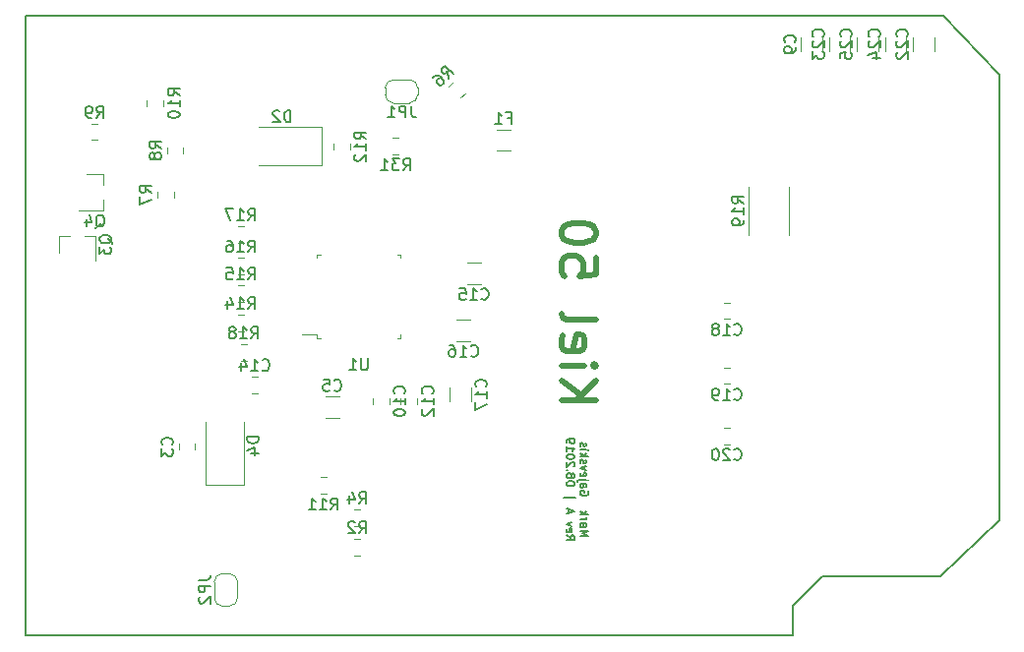
<source format=gbr>
%TF.GenerationSoftware,KiCad,Pcbnew,(5.1.2-1)-1*%
%TF.CreationDate,2019-08-21T19:10:38+02:00*%
%TF.ProjectId,Kiel_50,4b69656c-5f35-4302-9e6b-696361645f70,rev?*%
%TF.SameCoordinates,PX69db1f0PY7882d48*%
%TF.FileFunction,Legend,Bot*%
%TF.FilePolarity,Positive*%
%FSLAX46Y46*%
G04 Gerber Fmt 4.6, Leading zero omitted, Abs format (unit mm)*
G04 Created by KiCad (PCBNEW (5.1.2-1)-1) date 2019-08-21 19:10:38*
%MOMM*%
%LPD*%
G04 APERTURE LIST*
%ADD10C,0.150000*%
%ADD11C,0.550000*%
%ADD12C,0.120000*%
G04 APERTURE END LIST*
D10*
X47781333Y8573000D02*
X48481333Y8573000D01*
X47981333Y8806334D01*
X48481333Y9039667D01*
X47781333Y9039667D01*
X47781333Y9673000D02*
X48148000Y9673000D01*
X48214666Y9639667D01*
X48248000Y9573000D01*
X48248000Y9439667D01*
X48214666Y9373000D01*
X47814666Y9673000D02*
X47781333Y9606334D01*
X47781333Y9439667D01*
X47814666Y9373000D01*
X47881333Y9339667D01*
X47948000Y9339667D01*
X48014666Y9373000D01*
X48048000Y9439667D01*
X48048000Y9606334D01*
X48081333Y9673000D01*
X47781333Y10006334D02*
X48248000Y10006334D01*
X48114666Y10006334D02*
X48181333Y10039667D01*
X48214666Y10073000D01*
X48248000Y10139667D01*
X48248000Y10206334D01*
X47781333Y10439667D02*
X48481333Y10439667D01*
X48048000Y10506334D02*
X47781333Y10706334D01*
X48248000Y10706334D02*
X47981333Y10439667D01*
X48448000Y12439667D02*
X48481333Y12373000D01*
X48481333Y12273000D01*
X48448000Y12173000D01*
X48381333Y12106334D01*
X48314666Y12073000D01*
X48181333Y12039667D01*
X48081333Y12039667D01*
X47948000Y12073000D01*
X47881333Y12106334D01*
X47814666Y12173000D01*
X47781333Y12273000D01*
X47781333Y12339667D01*
X47814666Y12439667D01*
X47848000Y12473000D01*
X48081333Y12473000D01*
X48081333Y12339667D01*
X47781333Y13073000D02*
X48148000Y13073000D01*
X48214666Y13039667D01*
X48248000Y12973000D01*
X48248000Y12839667D01*
X48214666Y12773000D01*
X47814666Y13073000D02*
X47781333Y13006334D01*
X47781333Y12839667D01*
X47814666Y12773000D01*
X47881333Y12739667D01*
X47948000Y12739667D01*
X48014666Y12773000D01*
X48048000Y12839667D01*
X48048000Y13006334D01*
X48081333Y13073000D01*
X48248000Y13406334D02*
X47648000Y13406334D01*
X47581333Y13373000D01*
X47548000Y13306334D01*
X47548000Y13273000D01*
X48481333Y13406334D02*
X48448000Y13373000D01*
X48414666Y13406334D01*
X48448000Y13439667D01*
X48481333Y13406334D01*
X48414666Y13406334D01*
X47814666Y14006334D02*
X47781333Y13939667D01*
X47781333Y13806334D01*
X47814666Y13739667D01*
X47881333Y13706334D01*
X48148000Y13706334D01*
X48214666Y13739667D01*
X48248000Y13806334D01*
X48248000Y13939667D01*
X48214666Y14006334D01*
X48148000Y14039667D01*
X48081333Y14039667D01*
X48014666Y13706334D01*
X48248000Y14273000D02*
X47781333Y14439667D01*
X48248000Y14606334D01*
X47814666Y14839667D02*
X47781333Y14906334D01*
X47781333Y15039667D01*
X47814666Y15106334D01*
X47881333Y15139667D01*
X47914666Y15139667D01*
X47981333Y15106334D01*
X48014666Y15039667D01*
X48014666Y14939667D01*
X48048000Y14873000D01*
X48114666Y14839667D01*
X48148000Y14839667D01*
X48214666Y14873000D01*
X48248000Y14939667D01*
X48248000Y15039667D01*
X48214666Y15106334D01*
X47781333Y15439667D02*
X48481333Y15439667D01*
X48048000Y15506334D02*
X47781333Y15706334D01*
X48248000Y15706334D02*
X47981333Y15439667D01*
X47781333Y16006334D02*
X48248000Y16006334D01*
X48481333Y16006334D02*
X48448000Y15973000D01*
X48414666Y16006334D01*
X48448000Y16039667D01*
X48481333Y16006334D01*
X48414666Y16006334D01*
X47814666Y16306334D02*
X47781333Y16373000D01*
X47781333Y16506334D01*
X47814666Y16573000D01*
X47881333Y16606334D01*
X47914666Y16606334D01*
X47981333Y16573000D01*
X48014666Y16506334D01*
X48014666Y16406334D01*
X48048000Y16339667D01*
X48114666Y16306334D01*
X48148000Y16306334D01*
X48214666Y16339667D01*
X48248000Y16406334D01*
X48248000Y16506334D01*
X48214666Y16573000D01*
X46581333Y8623000D02*
X46914666Y8389667D01*
X46581333Y8223000D02*
X47281333Y8223000D01*
X47281333Y8489667D01*
X47248000Y8556334D01*
X47214666Y8589667D01*
X47148000Y8623000D01*
X47048000Y8623000D01*
X46981333Y8589667D01*
X46948000Y8556334D01*
X46914666Y8489667D01*
X46914666Y8223000D01*
X46614666Y9189667D02*
X46581333Y9123000D01*
X46581333Y8989667D01*
X46614666Y8923000D01*
X46681333Y8889667D01*
X46948000Y8889667D01*
X47014666Y8923000D01*
X47048000Y8989667D01*
X47048000Y9123000D01*
X47014666Y9189667D01*
X46948000Y9223000D01*
X46881333Y9223000D01*
X46814666Y8889667D01*
X47048000Y9456334D02*
X46581333Y9623000D01*
X47048000Y9789667D01*
X46781333Y10556334D02*
X46781333Y10889667D01*
X46581333Y10489667D02*
X47281333Y10723000D01*
X46581333Y10956334D01*
X46348000Y11889667D02*
X47348000Y11889667D01*
X47281333Y13056334D02*
X47281333Y13123000D01*
X47248000Y13189667D01*
X47214666Y13223000D01*
X47148000Y13256334D01*
X47014666Y13289667D01*
X46848000Y13289667D01*
X46714666Y13256334D01*
X46648000Y13223000D01*
X46614666Y13189667D01*
X46581333Y13123000D01*
X46581333Y13056334D01*
X46614666Y12989667D01*
X46648000Y12956334D01*
X46714666Y12923000D01*
X46848000Y12889667D01*
X47014666Y12889667D01*
X47148000Y12923000D01*
X47214666Y12956334D01*
X47248000Y12989667D01*
X47281333Y13056334D01*
X46981333Y13689667D02*
X47014666Y13623000D01*
X47048000Y13589667D01*
X47114666Y13556334D01*
X47148000Y13556334D01*
X47214666Y13589667D01*
X47248000Y13623000D01*
X47281333Y13689667D01*
X47281333Y13823000D01*
X47248000Y13889667D01*
X47214666Y13923000D01*
X47148000Y13956334D01*
X47114666Y13956334D01*
X47048000Y13923000D01*
X47014666Y13889667D01*
X46981333Y13823000D01*
X46981333Y13689667D01*
X46948000Y13623000D01*
X46914666Y13589667D01*
X46848000Y13556334D01*
X46714666Y13556334D01*
X46648000Y13589667D01*
X46614666Y13623000D01*
X46581333Y13689667D01*
X46581333Y13823000D01*
X46614666Y13889667D01*
X46648000Y13923000D01*
X46714666Y13956334D01*
X46848000Y13956334D01*
X46914666Y13923000D01*
X46948000Y13889667D01*
X46981333Y13823000D01*
X46648000Y14256334D02*
X46614666Y14289667D01*
X46581333Y14256334D01*
X46614666Y14223000D01*
X46648000Y14256334D01*
X46581333Y14256334D01*
X47214666Y14556334D02*
X47248000Y14589667D01*
X47281333Y14656334D01*
X47281333Y14823000D01*
X47248000Y14889667D01*
X47214666Y14923000D01*
X47148000Y14956334D01*
X47081333Y14956334D01*
X46981333Y14923000D01*
X46581333Y14523000D01*
X46581333Y14956334D01*
X47281333Y15389667D02*
X47281333Y15456334D01*
X47248000Y15523000D01*
X47214666Y15556334D01*
X47148000Y15589667D01*
X47014666Y15623000D01*
X46848000Y15623000D01*
X46714666Y15589667D01*
X46648000Y15556334D01*
X46614666Y15523000D01*
X46581333Y15456334D01*
X46581333Y15389667D01*
X46614666Y15323000D01*
X46648000Y15289667D01*
X46714666Y15256334D01*
X46848000Y15223000D01*
X47014666Y15223000D01*
X47148000Y15256334D01*
X47214666Y15289667D01*
X47248000Y15323000D01*
X47281333Y15389667D01*
X46581333Y16289667D02*
X46581333Y15889667D01*
X46581333Y16089667D02*
X47281333Y16089667D01*
X47181333Y16023000D01*
X47114666Y15956334D01*
X47081333Y15889667D01*
X46581333Y16623000D02*
X46581333Y16756334D01*
X46614666Y16823000D01*
X46648000Y16856334D01*
X46748000Y16923000D01*
X46881333Y16956334D01*
X47148000Y16956334D01*
X47214666Y16923000D01*
X47248000Y16889667D01*
X47281333Y16823000D01*
X47281333Y16689667D01*
X47248000Y16623000D01*
X47214666Y16589667D01*
X47148000Y16556334D01*
X46981333Y16556334D01*
X46914666Y16589667D01*
X46881333Y16623000D01*
X46848000Y16689667D01*
X46848000Y16823000D01*
X46881333Y16889667D01*
X46914666Y16923000D01*
X46981333Y16956334D01*
D11*
X46140857Y20241572D02*
X49140857Y20241572D01*
X46140857Y21955858D02*
X47855142Y20670143D01*
X49140857Y21955858D02*
X47426571Y20241572D01*
X46140857Y23241572D02*
X48140857Y23241572D01*
X49140857Y23241572D02*
X48998000Y23098715D01*
X48855142Y23241572D01*
X48998000Y23384429D01*
X49140857Y23241572D01*
X48855142Y23241572D01*
X46283714Y25813000D02*
X46140857Y25527286D01*
X46140857Y24955858D01*
X46283714Y24670143D01*
X46569428Y24527286D01*
X47712285Y24527286D01*
X47998000Y24670143D01*
X48140857Y24955858D01*
X48140857Y25527286D01*
X47998000Y25813000D01*
X47712285Y25955858D01*
X47426571Y25955858D01*
X47140857Y24527286D01*
X46140857Y27670143D02*
X46283714Y27384429D01*
X46569428Y27241572D01*
X49140857Y27241572D01*
X49140857Y32527286D02*
X49140857Y31098715D01*
X47712285Y30955858D01*
X47855142Y31098715D01*
X47998000Y31384429D01*
X47998000Y32098715D01*
X47855142Y32384429D01*
X47712285Y32527286D01*
X47426571Y32670143D01*
X46712285Y32670143D01*
X46426571Y32527286D01*
X46283714Y32384429D01*
X46140857Y32098715D01*
X46140857Y31384429D01*
X46283714Y31098715D01*
X46426571Y30955858D01*
X49140857Y34527286D02*
X49140857Y34813000D01*
X48998000Y35098715D01*
X48855142Y35241572D01*
X48569428Y35384429D01*
X47998000Y35527286D01*
X47283714Y35527286D01*
X46712285Y35384429D01*
X46426571Y35241572D01*
X46283714Y35098715D01*
X46140857Y34813000D01*
X46140857Y34527286D01*
X46283714Y34241572D01*
X46426571Y34098715D01*
X46712285Y33955858D01*
X47283714Y33813000D01*
X47998000Y33813000D01*
X48569428Y33955858D01*
X48855142Y34098715D01*
X48998000Y34241572D01*
X49140857Y34527286D01*
D10*
X68580000Y5080000D02*
X78740000Y5080000D01*
X83820000Y9906000D02*
X78740000Y5080000D01*
X78994000Y53340000D02*
X78740000Y53340000D01*
X83820000Y48260000D02*
X78994000Y53340000D01*
X83820000Y9906000D02*
X83820000Y48260000D01*
X64516000Y53340000D02*
X78994000Y53340000D01*
X64516000Y53340000D02*
X0Y53340000D01*
X66040000Y2540000D02*
X68580000Y5080000D01*
X66040000Y0D02*
X66040000Y2540000D01*
X0Y0D02*
X66040000Y0D01*
X0Y53340000D02*
X0Y0D01*
D12*
X25092000Y25900000D02*
X23777000Y25900000D01*
X25092000Y25600000D02*
X25092000Y25900000D01*
X25392000Y25600000D02*
X25092000Y25600000D01*
X32312000Y25600000D02*
X32312000Y25900000D01*
X32012000Y25600000D02*
X32312000Y25600000D01*
X25092000Y32820000D02*
X25092000Y32520000D01*
X25392000Y32820000D02*
X25092000Y32820000D01*
X32312000Y32820000D02*
X32312000Y32520000D01*
X32012000Y32820000D02*
X32312000Y32820000D01*
X73427000Y51529064D02*
X73427000Y50324936D01*
X71607000Y51529064D02*
X71607000Y50324936D01*
X75840000Y51529064D02*
X75840000Y50324936D01*
X74020000Y51529064D02*
X74020000Y50324936D01*
X71014000Y51529064D02*
X71014000Y50324936D01*
X69194000Y51529064D02*
X69194000Y50324936D01*
X78253000Y51529064D02*
X78253000Y50324936D01*
X76433000Y51529064D02*
X76433000Y50324936D01*
X20007078Y20880000D02*
X19489922Y20880000D01*
X20007078Y22300000D02*
X19489922Y22300000D01*
X68601000Y51529064D02*
X68601000Y50324936D01*
X66781000Y51529064D02*
X66781000Y50324936D01*
X14616500Y16514578D02*
X14616500Y15997422D01*
X13196500Y16514578D02*
X13196500Y15997422D01*
X65718000Y38628064D02*
X65718000Y34523936D01*
X62298000Y38628064D02*
X62298000Y34523936D01*
X16272000Y4637000D02*
X16272000Y3237000D01*
X16972000Y2537000D02*
X17572000Y2537000D01*
X18272000Y3237000D02*
X18272000Y4637000D01*
X17572000Y5337000D02*
X16972000Y5337000D01*
X16972000Y5337000D02*
G75*
G03X16272000Y4637000I0J-700000D01*
G01*
X18272000Y4637000D02*
G75*
G03X17572000Y5337000I-700000J0D01*
G01*
X17572000Y2537000D02*
G75*
G03X18272000Y3237000I0J700000D01*
G01*
X16272000Y3237000D02*
G75*
G03X16972000Y2537000I700000J0D01*
G01*
X31685000Y45863000D02*
X33085000Y45863000D01*
X33785000Y46563000D02*
X33785000Y47163000D01*
X33085000Y47863000D02*
X31685000Y47863000D01*
X30985000Y47163000D02*
X30985000Y46563000D01*
X30985000Y46563000D02*
G75*
G03X31685000Y45863000I700000J0D01*
G01*
X31685000Y47863000D02*
G75*
G03X30985000Y47163000I0J-700000D01*
G01*
X33785000Y47163000D02*
G75*
G03X33085000Y47863000I-700000J0D01*
G01*
X33085000Y45863000D02*
G75*
G03X33785000Y46563000I0J700000D01*
G01*
X31618422Y42874000D02*
X32135578Y42874000D01*
X31618422Y41454000D02*
X32135578Y41454000D01*
X19054578Y23674000D02*
X18537422Y23674000D01*
X19054578Y25094000D02*
X18537422Y25094000D01*
X18800578Y33834000D02*
X18283422Y33834000D01*
X18800578Y35254000D02*
X18283422Y35254000D01*
X18802878Y31103500D02*
X18285722Y31103500D01*
X18802878Y32523500D02*
X18285722Y32523500D01*
X18800578Y28754000D02*
X18283422Y28754000D01*
X18800578Y30174000D02*
X18283422Y30174000D01*
X18800578Y26214000D02*
X18283422Y26214000D01*
X18800578Y27634000D02*
X18283422Y27634000D01*
X26531500Y41841922D02*
X26531500Y42359078D01*
X27951500Y41841922D02*
X27951500Y42359078D01*
X25395422Y13638600D02*
X25912578Y13638600D01*
X25395422Y12218600D02*
X25912578Y12218600D01*
X10466000Y45588422D02*
X10466000Y46105578D01*
X11886000Y45588422D02*
X11886000Y46105578D01*
X6227578Y42660500D02*
X5710422Y42660500D01*
X6227578Y44080500D02*
X5710422Y44080500D01*
X13600500Y42041578D02*
X13600500Y41524422D01*
X12180500Y42041578D02*
X12180500Y41524422D01*
X12775000Y38231578D02*
X12775000Y37714422D01*
X11355000Y38231578D02*
X11355000Y37714422D01*
X37832388Y46670796D02*
X37466704Y46305112D01*
X36828296Y47674888D02*
X36462612Y47309204D01*
X28833578Y9450000D02*
X28316422Y9450000D01*
X28833578Y10870000D02*
X28316422Y10870000D01*
X28833578Y6910000D02*
X28316422Y6910000D01*
X28833578Y8330000D02*
X28316422Y8330000D01*
X6729000Y39743500D02*
X5269000Y39743500D01*
X6729000Y36583500D02*
X4569000Y36583500D01*
X6729000Y36583500D02*
X6729000Y37513500D01*
X6729000Y39743500D02*
X6729000Y38813500D01*
X2865000Y34415000D02*
X2865000Y32955000D01*
X6025000Y34415000D02*
X6025000Y32255000D01*
X6025000Y34415000D02*
X5095000Y34415000D01*
X2865000Y34415000D02*
X3795000Y34415000D01*
X41750064Y41762000D02*
X40545936Y41762000D01*
X41750064Y43582000D02*
X40545936Y43582000D01*
X18795000Y12983000D02*
X18795000Y18383000D01*
X15495000Y12983000D02*
X15495000Y18383000D01*
X18795000Y12983000D02*
X15495000Y12983000D01*
X25498000Y43814000D02*
X20098000Y43814000D01*
X25498000Y40514000D02*
X20098000Y40514000D01*
X25498000Y43814000D02*
X25498000Y40514000D01*
X60119522Y17905800D02*
X60636678Y17905800D01*
X60119522Y16485800D02*
X60636678Y16485800D01*
X60119522Y21667400D02*
X60636678Y21667400D01*
X60119522Y23087400D02*
X60636678Y23087400D01*
X60119522Y28675400D02*
X60636678Y28675400D01*
X60119522Y27255400D02*
X60636678Y27255400D01*
X36555000Y20162436D02*
X36555000Y21366564D01*
X38375000Y20162436D02*
X38375000Y21366564D01*
X37116936Y27199000D02*
X38321064Y27199000D01*
X37116936Y25379000D02*
X38321064Y25379000D01*
X38005936Y32088500D02*
X39210064Y32088500D01*
X38005936Y30268500D02*
X39210064Y30268500D01*
X32310000Y19934422D02*
X32310000Y20451578D01*
X33730000Y19934422D02*
X33730000Y20451578D01*
X29897000Y19934422D02*
X29897000Y20451578D01*
X31317000Y19934422D02*
X31317000Y20451578D01*
X27018064Y18775000D02*
X25813936Y18775000D01*
X27018064Y20595000D02*
X25813936Y20595000D01*
D10*
X29463904Y23877620D02*
X29463904Y23068096D01*
X29416285Y22972858D01*
X29368666Y22925239D01*
X29273428Y22877620D01*
X29082952Y22877620D01*
X28987714Y22925239D01*
X28940095Y22972858D01*
X28892476Y23068096D01*
X28892476Y23877620D01*
X27892476Y22877620D02*
X28463904Y22877620D01*
X28178190Y22877620D02*
X28178190Y23877620D01*
X28273428Y23734762D01*
X28368666Y23639524D01*
X28463904Y23591905D01*
X71054142Y51569858D02*
X71101761Y51617477D01*
X71149380Y51760334D01*
X71149380Y51855572D01*
X71101761Y51998429D01*
X71006523Y52093667D01*
X70911285Y52141286D01*
X70720809Y52188905D01*
X70577952Y52188905D01*
X70387476Y52141286D01*
X70292238Y52093667D01*
X70197000Y51998429D01*
X70149380Y51855572D01*
X70149380Y51760334D01*
X70197000Y51617477D01*
X70244619Y51569858D01*
X70244619Y51188905D02*
X70197000Y51141286D01*
X70149380Y51046048D01*
X70149380Y50807953D01*
X70197000Y50712715D01*
X70244619Y50665096D01*
X70339857Y50617477D01*
X70435095Y50617477D01*
X70577952Y50665096D01*
X71149380Y51236524D01*
X71149380Y50617477D01*
X70149380Y49712715D02*
X70149380Y50188905D01*
X70625571Y50236524D01*
X70577952Y50188905D01*
X70530333Y50093667D01*
X70530333Y49855572D01*
X70577952Y49760334D01*
X70625571Y49712715D01*
X70720809Y49665096D01*
X70958904Y49665096D01*
X71054142Y49712715D01*
X71101761Y49760334D01*
X71149380Y49855572D01*
X71149380Y50093667D01*
X71101761Y50188905D01*
X71054142Y50236524D01*
X73467142Y51569858D02*
X73514761Y51617477D01*
X73562380Y51760334D01*
X73562380Y51855572D01*
X73514761Y51998429D01*
X73419523Y52093667D01*
X73324285Y52141286D01*
X73133809Y52188905D01*
X72990952Y52188905D01*
X72800476Y52141286D01*
X72705238Y52093667D01*
X72610000Y51998429D01*
X72562380Y51855572D01*
X72562380Y51760334D01*
X72610000Y51617477D01*
X72657619Y51569858D01*
X72657619Y51188905D02*
X72610000Y51141286D01*
X72562380Y51046048D01*
X72562380Y50807953D01*
X72610000Y50712715D01*
X72657619Y50665096D01*
X72752857Y50617477D01*
X72848095Y50617477D01*
X72990952Y50665096D01*
X73562380Y51236524D01*
X73562380Y50617477D01*
X72895714Y49760334D02*
X73562380Y49760334D01*
X72514761Y49998429D02*
X73229047Y50236524D01*
X73229047Y49617477D01*
X68641142Y51569858D02*
X68688761Y51617477D01*
X68736380Y51760334D01*
X68736380Y51855572D01*
X68688761Y51998429D01*
X68593523Y52093667D01*
X68498285Y52141286D01*
X68307809Y52188905D01*
X68164952Y52188905D01*
X67974476Y52141286D01*
X67879238Y52093667D01*
X67784000Y51998429D01*
X67736380Y51855572D01*
X67736380Y51760334D01*
X67784000Y51617477D01*
X67831619Y51569858D01*
X67831619Y51188905D02*
X67784000Y51141286D01*
X67736380Y51046048D01*
X67736380Y50807953D01*
X67784000Y50712715D01*
X67831619Y50665096D01*
X67926857Y50617477D01*
X68022095Y50617477D01*
X68164952Y50665096D01*
X68736380Y51236524D01*
X68736380Y50617477D01*
X67736380Y50284143D02*
X67736380Y49665096D01*
X68117333Y49998429D01*
X68117333Y49855572D01*
X68164952Y49760334D01*
X68212571Y49712715D01*
X68307809Y49665096D01*
X68545904Y49665096D01*
X68641142Y49712715D01*
X68688761Y49760334D01*
X68736380Y49855572D01*
X68736380Y50141286D01*
X68688761Y50236524D01*
X68641142Y50284143D01*
X75880142Y51569858D02*
X75927761Y51617477D01*
X75975380Y51760334D01*
X75975380Y51855572D01*
X75927761Y51998429D01*
X75832523Y52093667D01*
X75737285Y52141286D01*
X75546809Y52188905D01*
X75403952Y52188905D01*
X75213476Y52141286D01*
X75118238Y52093667D01*
X75023000Y51998429D01*
X74975380Y51855572D01*
X74975380Y51760334D01*
X75023000Y51617477D01*
X75070619Y51569858D01*
X75070619Y51188905D02*
X75023000Y51141286D01*
X74975380Y51046048D01*
X74975380Y50807953D01*
X75023000Y50712715D01*
X75070619Y50665096D01*
X75165857Y50617477D01*
X75261095Y50617477D01*
X75403952Y50665096D01*
X75975380Y51236524D01*
X75975380Y50617477D01*
X75070619Y50236524D02*
X75023000Y50188905D01*
X74975380Y50093667D01*
X74975380Y49855572D01*
X75023000Y49760334D01*
X75070619Y49712715D01*
X75165857Y49665096D01*
X75261095Y49665096D01*
X75403952Y49712715D01*
X75975380Y50284143D01*
X75975380Y49665096D01*
X20391357Y22882858D02*
X20438976Y22835239D01*
X20581833Y22787620D01*
X20677071Y22787620D01*
X20819928Y22835239D01*
X20915166Y22930477D01*
X20962785Y23025715D01*
X21010404Y23216191D01*
X21010404Y23359048D01*
X20962785Y23549524D01*
X20915166Y23644762D01*
X20819928Y23740000D01*
X20677071Y23787620D01*
X20581833Y23787620D01*
X20438976Y23740000D01*
X20391357Y23692381D01*
X19438976Y22787620D02*
X20010404Y22787620D01*
X19724690Y22787620D02*
X19724690Y23787620D01*
X19819928Y23644762D01*
X19915166Y23549524D01*
X20010404Y23501905D01*
X18581833Y23454286D02*
X18581833Y22787620D01*
X18819928Y23835239D02*
X19058023Y23120953D01*
X18438976Y23120953D01*
X66228142Y51093667D02*
X66275761Y51141286D01*
X66323380Y51284143D01*
X66323380Y51379381D01*
X66275761Y51522239D01*
X66180523Y51617477D01*
X66085285Y51665096D01*
X65894809Y51712715D01*
X65751952Y51712715D01*
X65561476Y51665096D01*
X65466238Y51617477D01*
X65371000Y51522239D01*
X65323380Y51379381D01*
X65323380Y51284143D01*
X65371000Y51141286D01*
X65418619Y51093667D01*
X66323380Y50617477D02*
X66323380Y50427000D01*
X66275761Y50331762D01*
X66228142Y50284143D01*
X66085285Y50188905D01*
X65894809Y50141286D01*
X65513857Y50141286D01*
X65418619Y50188905D01*
X65371000Y50236524D01*
X65323380Y50331762D01*
X65323380Y50522239D01*
X65371000Y50617477D01*
X65418619Y50665096D01*
X65513857Y50712715D01*
X65751952Y50712715D01*
X65847190Y50665096D01*
X65894809Y50617477D01*
X65942428Y50522239D01*
X65942428Y50331762D01*
X65894809Y50236524D01*
X65847190Y50188905D01*
X65751952Y50141286D01*
X12613642Y16422667D02*
X12661261Y16470286D01*
X12708880Y16613143D01*
X12708880Y16708381D01*
X12661261Y16851239D01*
X12566023Y16946477D01*
X12470785Y16994096D01*
X12280309Y17041715D01*
X12137452Y17041715D01*
X11946976Y16994096D01*
X11851738Y16946477D01*
X11756500Y16851239D01*
X11708880Y16708381D01*
X11708880Y16613143D01*
X11756500Y16470286D01*
X11804119Y16422667D01*
X11708880Y16089334D02*
X11708880Y15470286D01*
X12089833Y15803620D01*
X12089833Y15660762D01*
X12137452Y15565524D01*
X12185071Y15517905D01*
X12280309Y15470286D01*
X12518404Y15470286D01*
X12613642Y15517905D01*
X12661261Y15565524D01*
X12708880Y15660762D01*
X12708880Y15946477D01*
X12661261Y16041715D01*
X12613642Y16089334D01*
X61840380Y37218858D02*
X61364190Y37552191D01*
X61840380Y37790286D02*
X60840380Y37790286D01*
X60840380Y37409334D01*
X60888000Y37314096D01*
X60935619Y37266477D01*
X61030857Y37218858D01*
X61173714Y37218858D01*
X61268952Y37266477D01*
X61316571Y37314096D01*
X61364190Y37409334D01*
X61364190Y37790286D01*
X61840380Y36266477D02*
X61840380Y36837905D01*
X61840380Y36552191D02*
X60840380Y36552191D01*
X60983238Y36647429D01*
X61078476Y36742667D01*
X61126095Y36837905D01*
X61840380Y35790286D02*
X61840380Y35599810D01*
X61792761Y35504572D01*
X61745142Y35456953D01*
X61602285Y35361715D01*
X61411809Y35314096D01*
X61030857Y35314096D01*
X60935619Y35361715D01*
X60888000Y35409334D01*
X60840380Y35504572D01*
X60840380Y35695048D01*
X60888000Y35790286D01*
X60935619Y35837905D01*
X61030857Y35885524D01*
X61268952Y35885524D01*
X61364190Y35837905D01*
X61411809Y35790286D01*
X61459428Y35695048D01*
X61459428Y35504572D01*
X61411809Y35409334D01*
X61364190Y35361715D01*
X61268952Y35314096D01*
X14924380Y4770334D02*
X15638666Y4770334D01*
X15781523Y4817953D01*
X15876761Y4913191D01*
X15924380Y5056048D01*
X15924380Y5151286D01*
X15924380Y4294143D02*
X14924380Y4294143D01*
X14924380Y3913191D01*
X14972000Y3817953D01*
X15019619Y3770334D01*
X15114857Y3722715D01*
X15257714Y3722715D01*
X15352952Y3770334D01*
X15400571Y3817953D01*
X15448190Y3913191D01*
X15448190Y4294143D01*
X15019619Y3341762D02*
X14972000Y3294143D01*
X14924380Y3198905D01*
X14924380Y2960810D01*
X14972000Y2865572D01*
X15019619Y2817953D01*
X15114857Y2770334D01*
X15210095Y2770334D01*
X15352952Y2817953D01*
X15924380Y3389381D01*
X15924380Y2770334D01*
X33218333Y45610620D02*
X33218333Y44896334D01*
X33265952Y44753477D01*
X33361190Y44658239D01*
X33504047Y44610620D01*
X33599285Y44610620D01*
X32742142Y44610620D02*
X32742142Y45610620D01*
X32361190Y45610620D01*
X32265952Y45563000D01*
X32218333Y45515381D01*
X32170714Y45420143D01*
X32170714Y45277286D01*
X32218333Y45182048D01*
X32265952Y45134429D01*
X32361190Y45086810D01*
X32742142Y45086810D01*
X31218333Y44610620D02*
X31789761Y44610620D01*
X31504047Y44610620D02*
X31504047Y45610620D01*
X31599285Y45467762D01*
X31694523Y45372524D01*
X31789761Y45324905D01*
X32519857Y40061620D02*
X32853190Y40537810D01*
X33091285Y40061620D02*
X33091285Y41061620D01*
X32710333Y41061620D01*
X32615095Y41014000D01*
X32567476Y40966381D01*
X32519857Y40871143D01*
X32519857Y40728286D01*
X32567476Y40633048D01*
X32615095Y40585429D01*
X32710333Y40537810D01*
X33091285Y40537810D01*
X32186523Y41061620D02*
X31567476Y41061620D01*
X31900809Y40680667D01*
X31757952Y40680667D01*
X31662714Y40633048D01*
X31615095Y40585429D01*
X31567476Y40490191D01*
X31567476Y40252096D01*
X31615095Y40156858D01*
X31662714Y40109239D01*
X31757952Y40061620D01*
X32043666Y40061620D01*
X32138904Y40109239D01*
X32186523Y40156858D01*
X30615095Y40061620D02*
X31186523Y40061620D01*
X30900809Y40061620D02*
X30900809Y41061620D01*
X30996047Y40918762D01*
X31091285Y40823524D01*
X31186523Y40775905D01*
X19438857Y25581620D02*
X19772190Y26057810D01*
X20010285Y25581620D02*
X20010285Y26581620D01*
X19629333Y26581620D01*
X19534095Y26534000D01*
X19486476Y26486381D01*
X19438857Y26391143D01*
X19438857Y26248286D01*
X19486476Y26153048D01*
X19534095Y26105429D01*
X19629333Y26057810D01*
X20010285Y26057810D01*
X18486476Y25581620D02*
X19057904Y25581620D01*
X18772190Y25581620D02*
X18772190Y26581620D01*
X18867428Y26438762D01*
X18962666Y26343524D01*
X19057904Y26295905D01*
X17915047Y26153048D02*
X18010285Y26200667D01*
X18057904Y26248286D01*
X18105523Y26343524D01*
X18105523Y26391143D01*
X18057904Y26486381D01*
X18010285Y26534000D01*
X17915047Y26581620D01*
X17724571Y26581620D01*
X17629333Y26534000D01*
X17581714Y26486381D01*
X17534095Y26391143D01*
X17534095Y26343524D01*
X17581714Y26248286D01*
X17629333Y26200667D01*
X17724571Y26153048D01*
X17915047Y26153048D01*
X18010285Y26105429D01*
X18057904Y26057810D01*
X18105523Y25962572D01*
X18105523Y25772096D01*
X18057904Y25676858D01*
X18010285Y25629239D01*
X17915047Y25581620D01*
X17724571Y25581620D01*
X17629333Y25629239D01*
X17581714Y25676858D01*
X17534095Y25772096D01*
X17534095Y25962572D01*
X17581714Y26057810D01*
X17629333Y26105429D01*
X17724571Y26153048D01*
X19184857Y35741620D02*
X19518190Y36217810D01*
X19756285Y35741620D02*
X19756285Y36741620D01*
X19375333Y36741620D01*
X19280095Y36694000D01*
X19232476Y36646381D01*
X19184857Y36551143D01*
X19184857Y36408286D01*
X19232476Y36313048D01*
X19280095Y36265429D01*
X19375333Y36217810D01*
X19756285Y36217810D01*
X18232476Y35741620D02*
X18803904Y35741620D01*
X18518190Y35741620D02*
X18518190Y36741620D01*
X18613428Y36598762D01*
X18708666Y36503524D01*
X18803904Y36455905D01*
X17899142Y36741620D02*
X17232476Y36741620D01*
X17661047Y35741620D01*
X19187157Y33011120D02*
X19520490Y33487310D01*
X19758585Y33011120D02*
X19758585Y34011120D01*
X19377633Y34011120D01*
X19282395Y33963500D01*
X19234776Y33915881D01*
X19187157Y33820643D01*
X19187157Y33677786D01*
X19234776Y33582548D01*
X19282395Y33534929D01*
X19377633Y33487310D01*
X19758585Y33487310D01*
X18234776Y33011120D02*
X18806204Y33011120D01*
X18520490Y33011120D02*
X18520490Y34011120D01*
X18615728Y33868262D01*
X18710966Y33773024D01*
X18806204Y33725405D01*
X17377633Y34011120D02*
X17568109Y34011120D01*
X17663347Y33963500D01*
X17710966Y33915881D01*
X17806204Y33773024D01*
X17853823Y33582548D01*
X17853823Y33201596D01*
X17806204Y33106358D01*
X17758585Y33058739D01*
X17663347Y33011120D01*
X17472871Y33011120D01*
X17377633Y33058739D01*
X17330014Y33106358D01*
X17282395Y33201596D01*
X17282395Y33439691D01*
X17330014Y33534929D01*
X17377633Y33582548D01*
X17472871Y33630167D01*
X17663347Y33630167D01*
X17758585Y33582548D01*
X17806204Y33534929D01*
X17853823Y33439691D01*
X19184857Y30661620D02*
X19518190Y31137810D01*
X19756285Y30661620D02*
X19756285Y31661620D01*
X19375333Y31661620D01*
X19280095Y31614000D01*
X19232476Y31566381D01*
X19184857Y31471143D01*
X19184857Y31328286D01*
X19232476Y31233048D01*
X19280095Y31185429D01*
X19375333Y31137810D01*
X19756285Y31137810D01*
X18232476Y30661620D02*
X18803904Y30661620D01*
X18518190Y30661620D02*
X18518190Y31661620D01*
X18613428Y31518762D01*
X18708666Y31423524D01*
X18803904Y31375905D01*
X17327714Y31661620D02*
X17803904Y31661620D01*
X17851523Y31185429D01*
X17803904Y31233048D01*
X17708666Y31280667D01*
X17470571Y31280667D01*
X17375333Y31233048D01*
X17327714Y31185429D01*
X17280095Y31090191D01*
X17280095Y30852096D01*
X17327714Y30756858D01*
X17375333Y30709239D01*
X17470571Y30661620D01*
X17708666Y30661620D01*
X17803904Y30709239D01*
X17851523Y30756858D01*
X19184857Y28121620D02*
X19518190Y28597810D01*
X19756285Y28121620D02*
X19756285Y29121620D01*
X19375333Y29121620D01*
X19280095Y29074000D01*
X19232476Y29026381D01*
X19184857Y28931143D01*
X19184857Y28788286D01*
X19232476Y28693048D01*
X19280095Y28645429D01*
X19375333Y28597810D01*
X19756285Y28597810D01*
X18232476Y28121620D02*
X18803904Y28121620D01*
X18518190Y28121620D02*
X18518190Y29121620D01*
X18613428Y28978762D01*
X18708666Y28883524D01*
X18803904Y28835905D01*
X17375333Y28788286D02*
X17375333Y28121620D01*
X17613428Y29169239D02*
X17851523Y28454953D01*
X17232476Y28454953D01*
X29343880Y42743358D02*
X28867690Y43076691D01*
X29343880Y43314786D02*
X28343880Y43314786D01*
X28343880Y42933834D01*
X28391500Y42838596D01*
X28439119Y42790977D01*
X28534357Y42743358D01*
X28677214Y42743358D01*
X28772452Y42790977D01*
X28820071Y42838596D01*
X28867690Y42933834D01*
X28867690Y43314786D01*
X29343880Y41790977D02*
X29343880Y42362405D01*
X29343880Y42076691D02*
X28343880Y42076691D01*
X28486738Y42171929D01*
X28581976Y42267167D01*
X28629595Y42362405D01*
X28439119Y41410024D02*
X28391500Y41362405D01*
X28343880Y41267167D01*
X28343880Y41029072D01*
X28391500Y40933834D01*
X28439119Y40886215D01*
X28534357Y40838596D01*
X28629595Y40838596D01*
X28772452Y40886215D01*
X29343880Y41457643D01*
X29343880Y40838596D01*
X26296857Y10826220D02*
X26630190Y11302410D01*
X26868285Y10826220D02*
X26868285Y11826220D01*
X26487333Y11826220D01*
X26392095Y11778600D01*
X26344476Y11730981D01*
X26296857Y11635743D01*
X26296857Y11492886D01*
X26344476Y11397648D01*
X26392095Y11350029D01*
X26487333Y11302410D01*
X26868285Y11302410D01*
X25344476Y10826220D02*
X25915904Y10826220D01*
X25630190Y10826220D02*
X25630190Y11826220D01*
X25725428Y11683362D01*
X25820666Y11588124D01*
X25915904Y11540505D01*
X24392095Y10826220D02*
X24963523Y10826220D01*
X24677809Y10826220D02*
X24677809Y11826220D01*
X24773047Y11683362D01*
X24868285Y11588124D01*
X24963523Y11540505D01*
X13278380Y46489858D02*
X12802190Y46823191D01*
X13278380Y47061286D02*
X12278380Y47061286D01*
X12278380Y46680334D01*
X12326000Y46585096D01*
X12373619Y46537477D01*
X12468857Y46489858D01*
X12611714Y46489858D01*
X12706952Y46537477D01*
X12754571Y46585096D01*
X12802190Y46680334D01*
X12802190Y47061286D01*
X13278380Y45537477D02*
X13278380Y46108905D01*
X13278380Y45823191D02*
X12278380Y45823191D01*
X12421238Y45918429D01*
X12516476Y46013667D01*
X12564095Y46108905D01*
X12278380Y44918429D02*
X12278380Y44823191D01*
X12326000Y44727953D01*
X12373619Y44680334D01*
X12468857Y44632715D01*
X12659333Y44585096D01*
X12897428Y44585096D01*
X13087904Y44632715D01*
X13183142Y44680334D01*
X13230761Y44727953D01*
X13278380Y44823191D01*
X13278380Y44918429D01*
X13230761Y45013667D01*
X13183142Y45061286D01*
X13087904Y45108905D01*
X12897428Y45156524D01*
X12659333Y45156524D01*
X12468857Y45108905D01*
X12373619Y45061286D01*
X12326000Y45013667D01*
X12278380Y44918429D01*
X6135666Y44568120D02*
X6469000Y45044310D01*
X6707095Y44568120D02*
X6707095Y45568120D01*
X6326142Y45568120D01*
X6230904Y45520500D01*
X6183285Y45472881D01*
X6135666Y45377643D01*
X6135666Y45234786D01*
X6183285Y45139548D01*
X6230904Y45091929D01*
X6326142Y45044310D01*
X6707095Y45044310D01*
X5659476Y44568120D02*
X5469000Y44568120D01*
X5373761Y44615739D01*
X5326142Y44663358D01*
X5230904Y44806215D01*
X5183285Y44996691D01*
X5183285Y45377643D01*
X5230904Y45472881D01*
X5278523Y45520500D01*
X5373761Y45568120D01*
X5564238Y45568120D01*
X5659476Y45520500D01*
X5707095Y45472881D01*
X5754714Y45377643D01*
X5754714Y45139548D01*
X5707095Y45044310D01*
X5659476Y44996691D01*
X5564238Y44949072D01*
X5373761Y44949072D01*
X5278523Y44996691D01*
X5230904Y45044310D01*
X5183285Y45139548D01*
X11692880Y41949667D02*
X11216690Y42283000D01*
X11692880Y42521096D02*
X10692880Y42521096D01*
X10692880Y42140143D01*
X10740500Y42044905D01*
X10788119Y41997286D01*
X10883357Y41949667D01*
X11026214Y41949667D01*
X11121452Y41997286D01*
X11169071Y42044905D01*
X11216690Y42140143D01*
X11216690Y42521096D01*
X11121452Y41378239D02*
X11073833Y41473477D01*
X11026214Y41521096D01*
X10930976Y41568715D01*
X10883357Y41568715D01*
X10788119Y41521096D01*
X10740500Y41473477D01*
X10692880Y41378239D01*
X10692880Y41187762D01*
X10740500Y41092524D01*
X10788119Y41044905D01*
X10883357Y40997286D01*
X10930976Y40997286D01*
X11026214Y41044905D01*
X11073833Y41092524D01*
X11121452Y41187762D01*
X11121452Y41378239D01*
X11169071Y41473477D01*
X11216690Y41521096D01*
X11311928Y41568715D01*
X11502404Y41568715D01*
X11597642Y41521096D01*
X11645261Y41473477D01*
X11692880Y41378239D01*
X11692880Y41187762D01*
X11645261Y41092524D01*
X11597642Y41044905D01*
X11502404Y40997286D01*
X11311928Y40997286D01*
X11216690Y41044905D01*
X11169071Y41092524D01*
X11121452Y41187762D01*
X10867380Y38139667D02*
X10391190Y38473000D01*
X10867380Y38711096D02*
X9867380Y38711096D01*
X9867380Y38330143D01*
X9915000Y38234905D01*
X9962619Y38187286D01*
X10057857Y38139667D01*
X10200714Y38139667D01*
X10295952Y38187286D01*
X10343571Y38234905D01*
X10391190Y38330143D01*
X10391190Y38711096D01*
X9867380Y37806334D02*
X9867380Y37139667D01*
X10867380Y37568239D01*
X36418506Y47954696D02*
X36317491Y48527116D01*
X36822567Y48358757D02*
X36115461Y49065864D01*
X35846086Y48796490D01*
X35812415Y48695475D01*
X35812415Y48628131D01*
X35846086Y48527116D01*
X35947102Y48426101D01*
X36048117Y48392429D01*
X36115461Y48392429D01*
X36216476Y48426101D01*
X36485850Y48695475D01*
X35105308Y48055711D02*
X35239995Y48190398D01*
X35341010Y48224070D01*
X35408354Y48224070D01*
X35576712Y48190398D01*
X35745071Y48089383D01*
X36014445Y47820009D01*
X36048117Y47718994D01*
X36048117Y47651650D01*
X36014445Y47550635D01*
X35879758Y47415948D01*
X35778743Y47382276D01*
X35711399Y47382276D01*
X35610384Y47415948D01*
X35442025Y47584307D01*
X35408354Y47685322D01*
X35408354Y47752665D01*
X35442025Y47853681D01*
X35576712Y47988368D01*
X35677728Y48022039D01*
X35745071Y48022039D01*
X35846086Y47988368D01*
X28741666Y11357620D02*
X29075000Y11833810D01*
X29313095Y11357620D02*
X29313095Y12357620D01*
X28932142Y12357620D01*
X28836904Y12310000D01*
X28789285Y12262381D01*
X28741666Y12167143D01*
X28741666Y12024286D01*
X28789285Y11929048D01*
X28836904Y11881429D01*
X28932142Y11833810D01*
X29313095Y11833810D01*
X27884523Y12024286D02*
X27884523Y11357620D01*
X28122619Y12405239D02*
X28360714Y11690953D01*
X27741666Y11690953D01*
X28741666Y8817620D02*
X29075000Y9293810D01*
X29313095Y8817620D02*
X29313095Y9817620D01*
X28932142Y9817620D01*
X28836904Y9770000D01*
X28789285Y9722381D01*
X28741666Y9627143D01*
X28741666Y9484286D01*
X28789285Y9389048D01*
X28836904Y9341429D01*
X28932142Y9293810D01*
X29313095Y9293810D01*
X28360714Y9722381D02*
X28313095Y9770000D01*
X28217857Y9817620D01*
X27979761Y9817620D01*
X27884523Y9770000D01*
X27836904Y9722381D01*
X27789285Y9627143D01*
X27789285Y9531905D01*
X27836904Y9389048D01*
X28408333Y8817620D01*
X27789285Y8817620D01*
X6064238Y35115881D02*
X6159476Y35163500D01*
X6254714Y35258739D01*
X6397571Y35401596D01*
X6492809Y35449215D01*
X6588047Y35449215D01*
X6540428Y35211120D02*
X6635666Y35258739D01*
X6730904Y35353977D01*
X6778523Y35544453D01*
X6778523Y35877786D01*
X6730904Y36068262D01*
X6635666Y36163500D01*
X6540428Y36211120D01*
X6349952Y36211120D01*
X6254714Y36163500D01*
X6159476Y36068262D01*
X6111857Y35877786D01*
X6111857Y35544453D01*
X6159476Y35353977D01*
X6254714Y35258739D01*
X6349952Y35211120D01*
X6540428Y35211120D01*
X5254714Y35877786D02*
X5254714Y35211120D01*
X5492809Y36258739D02*
X5730904Y35544453D01*
X5111857Y35544453D01*
X7492619Y33750239D02*
X7445000Y33845477D01*
X7349761Y33940715D01*
X7206904Y34083572D01*
X7159285Y34178810D01*
X7159285Y34274048D01*
X7397380Y34226429D02*
X7349761Y34321667D01*
X7254523Y34416905D01*
X7064047Y34464524D01*
X6730714Y34464524D01*
X6540238Y34416905D01*
X6445000Y34321667D01*
X6397380Y34226429D01*
X6397380Y34035953D01*
X6445000Y33940715D01*
X6540238Y33845477D01*
X6730714Y33797858D01*
X7064047Y33797858D01*
X7254523Y33845477D01*
X7349761Y33940715D01*
X7397380Y34035953D01*
X7397380Y34226429D01*
X6397380Y33464524D02*
X6397380Y32845477D01*
X6778333Y33178810D01*
X6778333Y33035953D01*
X6825952Y32940715D01*
X6873571Y32893096D01*
X6968809Y32845477D01*
X7206904Y32845477D01*
X7302142Y32893096D01*
X7349761Y32940715D01*
X7397380Y33035953D01*
X7397380Y33321667D01*
X7349761Y33416905D01*
X7302142Y33464524D01*
X41481333Y44563429D02*
X41814666Y44563429D01*
X41814666Y44039620D02*
X41814666Y45039620D01*
X41338476Y45039620D01*
X40433714Y44039620D02*
X41005142Y44039620D01*
X40719428Y44039620D02*
X40719428Y45039620D01*
X40814666Y44896762D01*
X40909904Y44801524D01*
X41005142Y44753905D01*
X20097380Y17121096D02*
X19097380Y17121096D01*
X19097380Y16883000D01*
X19145000Y16740143D01*
X19240238Y16644905D01*
X19335476Y16597286D01*
X19525952Y16549667D01*
X19668809Y16549667D01*
X19859285Y16597286D01*
X19954523Y16644905D01*
X20049761Y16740143D01*
X20097380Y16883000D01*
X20097380Y17121096D01*
X19430714Y15692524D02*
X20097380Y15692524D01*
X19049761Y15930620D02*
X19764047Y16168715D01*
X19764047Y15549667D01*
X22836095Y44211620D02*
X22836095Y45211620D01*
X22598000Y45211620D01*
X22455142Y45164000D01*
X22359904Y45068762D01*
X22312285Y44973524D01*
X22264666Y44783048D01*
X22264666Y44640191D01*
X22312285Y44449715D01*
X22359904Y44354477D01*
X22455142Y44259239D01*
X22598000Y44211620D01*
X22836095Y44211620D01*
X21883714Y45116381D02*
X21836095Y45164000D01*
X21740857Y45211620D01*
X21502761Y45211620D01*
X21407523Y45164000D01*
X21359904Y45116381D01*
X21312285Y45021143D01*
X21312285Y44925905D01*
X21359904Y44783048D01*
X21931333Y44211620D01*
X21312285Y44211620D01*
X61020957Y15188658D02*
X61068576Y15141039D01*
X61211433Y15093420D01*
X61306671Y15093420D01*
X61449528Y15141039D01*
X61544766Y15236277D01*
X61592385Y15331515D01*
X61640004Y15521991D01*
X61640004Y15664848D01*
X61592385Y15855324D01*
X61544766Y15950562D01*
X61449528Y16045800D01*
X61306671Y16093420D01*
X61211433Y16093420D01*
X61068576Y16045800D01*
X61020957Y15998181D01*
X60640004Y15998181D02*
X60592385Y16045800D01*
X60497147Y16093420D01*
X60259052Y16093420D01*
X60163814Y16045800D01*
X60116195Y15998181D01*
X60068576Y15902943D01*
X60068576Y15807705D01*
X60116195Y15664848D01*
X60687623Y15093420D01*
X60068576Y15093420D01*
X59449528Y16093420D02*
X59354290Y16093420D01*
X59259052Y16045800D01*
X59211433Y15998181D01*
X59163814Y15902943D01*
X59116195Y15712467D01*
X59116195Y15474372D01*
X59163814Y15283896D01*
X59211433Y15188658D01*
X59259052Y15141039D01*
X59354290Y15093420D01*
X59449528Y15093420D01*
X59544766Y15141039D01*
X59592385Y15188658D01*
X59640004Y15283896D01*
X59687623Y15474372D01*
X59687623Y15712467D01*
X59640004Y15902943D01*
X59592385Y15998181D01*
X59544766Y16045800D01*
X59449528Y16093420D01*
X61020957Y20370258D02*
X61068576Y20322639D01*
X61211433Y20275020D01*
X61306671Y20275020D01*
X61449528Y20322639D01*
X61544766Y20417877D01*
X61592385Y20513115D01*
X61640004Y20703591D01*
X61640004Y20846448D01*
X61592385Y21036924D01*
X61544766Y21132162D01*
X61449528Y21227400D01*
X61306671Y21275020D01*
X61211433Y21275020D01*
X61068576Y21227400D01*
X61020957Y21179781D01*
X60068576Y20275020D02*
X60640004Y20275020D01*
X60354290Y20275020D02*
X60354290Y21275020D01*
X60449528Y21132162D01*
X60544766Y21036924D01*
X60640004Y20989305D01*
X59592385Y20275020D02*
X59401909Y20275020D01*
X59306671Y20322639D01*
X59259052Y20370258D01*
X59163814Y20513115D01*
X59116195Y20703591D01*
X59116195Y21084543D01*
X59163814Y21179781D01*
X59211433Y21227400D01*
X59306671Y21275020D01*
X59497147Y21275020D01*
X59592385Y21227400D01*
X59640004Y21179781D01*
X59687623Y21084543D01*
X59687623Y20846448D01*
X59640004Y20751210D01*
X59592385Y20703591D01*
X59497147Y20655972D01*
X59306671Y20655972D01*
X59211433Y20703591D01*
X59163814Y20751210D01*
X59116195Y20846448D01*
X61020957Y25958258D02*
X61068576Y25910639D01*
X61211433Y25863020D01*
X61306671Y25863020D01*
X61449528Y25910639D01*
X61544766Y26005877D01*
X61592385Y26101115D01*
X61640004Y26291591D01*
X61640004Y26434448D01*
X61592385Y26624924D01*
X61544766Y26720162D01*
X61449528Y26815400D01*
X61306671Y26863020D01*
X61211433Y26863020D01*
X61068576Y26815400D01*
X61020957Y26767781D01*
X60068576Y25863020D02*
X60640004Y25863020D01*
X60354290Y25863020D02*
X60354290Y26863020D01*
X60449528Y26720162D01*
X60544766Y26624924D01*
X60640004Y26577305D01*
X59497147Y26434448D02*
X59592385Y26482067D01*
X59640004Y26529686D01*
X59687623Y26624924D01*
X59687623Y26672543D01*
X59640004Y26767781D01*
X59592385Y26815400D01*
X59497147Y26863020D01*
X59306671Y26863020D01*
X59211433Y26815400D01*
X59163814Y26767781D01*
X59116195Y26672543D01*
X59116195Y26624924D01*
X59163814Y26529686D01*
X59211433Y26482067D01*
X59306671Y26434448D01*
X59497147Y26434448D01*
X59592385Y26386829D01*
X59640004Y26339210D01*
X59687623Y26243972D01*
X59687623Y26053496D01*
X59640004Y25958258D01*
X59592385Y25910639D01*
X59497147Y25863020D01*
X59306671Y25863020D01*
X59211433Y25910639D01*
X59163814Y25958258D01*
X59116195Y26053496D01*
X59116195Y26243972D01*
X59163814Y26339210D01*
X59211433Y26386829D01*
X59306671Y26434448D01*
X39642142Y21407358D02*
X39689761Y21454977D01*
X39737380Y21597834D01*
X39737380Y21693072D01*
X39689761Y21835929D01*
X39594523Y21931167D01*
X39499285Y21978786D01*
X39308809Y22026405D01*
X39165952Y22026405D01*
X38975476Y21978786D01*
X38880238Y21931167D01*
X38785000Y21835929D01*
X38737380Y21693072D01*
X38737380Y21597834D01*
X38785000Y21454977D01*
X38832619Y21407358D01*
X39737380Y20454977D02*
X39737380Y21026405D01*
X39737380Y20740691D02*
X38737380Y20740691D01*
X38880238Y20835929D01*
X38975476Y20931167D01*
X39023095Y21026405D01*
X38737380Y20121643D02*
X38737380Y19454977D01*
X39737380Y19883548D01*
X38361857Y24111858D02*
X38409476Y24064239D01*
X38552333Y24016620D01*
X38647571Y24016620D01*
X38790428Y24064239D01*
X38885666Y24159477D01*
X38933285Y24254715D01*
X38980904Y24445191D01*
X38980904Y24588048D01*
X38933285Y24778524D01*
X38885666Y24873762D01*
X38790428Y24969000D01*
X38647571Y25016620D01*
X38552333Y25016620D01*
X38409476Y24969000D01*
X38361857Y24921381D01*
X37409476Y24016620D02*
X37980904Y24016620D01*
X37695190Y24016620D02*
X37695190Y25016620D01*
X37790428Y24873762D01*
X37885666Y24778524D01*
X37980904Y24730905D01*
X36552333Y25016620D02*
X36742809Y25016620D01*
X36838047Y24969000D01*
X36885666Y24921381D01*
X36980904Y24778524D01*
X37028523Y24588048D01*
X37028523Y24207096D01*
X36980904Y24111858D01*
X36933285Y24064239D01*
X36838047Y24016620D01*
X36647571Y24016620D01*
X36552333Y24064239D01*
X36504714Y24111858D01*
X36457095Y24207096D01*
X36457095Y24445191D01*
X36504714Y24540429D01*
X36552333Y24588048D01*
X36647571Y24635667D01*
X36838047Y24635667D01*
X36933285Y24588048D01*
X36980904Y24540429D01*
X37028523Y24445191D01*
X39250857Y29001358D02*
X39298476Y28953739D01*
X39441333Y28906120D01*
X39536571Y28906120D01*
X39679428Y28953739D01*
X39774666Y29048977D01*
X39822285Y29144215D01*
X39869904Y29334691D01*
X39869904Y29477548D01*
X39822285Y29668024D01*
X39774666Y29763262D01*
X39679428Y29858500D01*
X39536571Y29906120D01*
X39441333Y29906120D01*
X39298476Y29858500D01*
X39250857Y29810881D01*
X38298476Y28906120D02*
X38869904Y28906120D01*
X38584190Y28906120D02*
X38584190Y29906120D01*
X38679428Y29763262D01*
X38774666Y29668024D01*
X38869904Y29620405D01*
X37393714Y29906120D02*
X37869904Y29906120D01*
X37917523Y29429929D01*
X37869904Y29477548D01*
X37774666Y29525167D01*
X37536571Y29525167D01*
X37441333Y29477548D01*
X37393714Y29429929D01*
X37346095Y29334691D01*
X37346095Y29096596D01*
X37393714Y29001358D01*
X37441333Y28953739D01*
X37536571Y28906120D01*
X37774666Y28906120D01*
X37869904Y28953739D01*
X37917523Y29001358D01*
X35027142Y20835858D02*
X35074761Y20883477D01*
X35122380Y21026334D01*
X35122380Y21121572D01*
X35074761Y21264429D01*
X34979523Y21359667D01*
X34884285Y21407286D01*
X34693809Y21454905D01*
X34550952Y21454905D01*
X34360476Y21407286D01*
X34265238Y21359667D01*
X34170000Y21264429D01*
X34122380Y21121572D01*
X34122380Y21026334D01*
X34170000Y20883477D01*
X34217619Y20835858D01*
X35122380Y19883477D02*
X35122380Y20454905D01*
X35122380Y20169191D02*
X34122380Y20169191D01*
X34265238Y20264429D01*
X34360476Y20359667D01*
X34408095Y20454905D01*
X34217619Y19502524D02*
X34170000Y19454905D01*
X34122380Y19359667D01*
X34122380Y19121572D01*
X34170000Y19026334D01*
X34217619Y18978715D01*
X34312857Y18931096D01*
X34408095Y18931096D01*
X34550952Y18978715D01*
X35122380Y19550143D01*
X35122380Y18931096D01*
X32614142Y20835858D02*
X32661761Y20883477D01*
X32709380Y21026334D01*
X32709380Y21121572D01*
X32661761Y21264429D01*
X32566523Y21359667D01*
X32471285Y21407286D01*
X32280809Y21454905D01*
X32137952Y21454905D01*
X31947476Y21407286D01*
X31852238Y21359667D01*
X31757000Y21264429D01*
X31709380Y21121572D01*
X31709380Y21026334D01*
X31757000Y20883477D01*
X31804619Y20835858D01*
X32709380Y19883477D02*
X32709380Y20454905D01*
X32709380Y20169191D02*
X31709380Y20169191D01*
X31852238Y20264429D01*
X31947476Y20359667D01*
X31995095Y20454905D01*
X31709380Y19264429D02*
X31709380Y19169191D01*
X31757000Y19073953D01*
X31804619Y19026334D01*
X31899857Y18978715D01*
X32090333Y18931096D01*
X32328428Y18931096D01*
X32518904Y18978715D01*
X32614142Y19026334D01*
X32661761Y19073953D01*
X32709380Y19169191D01*
X32709380Y19264429D01*
X32661761Y19359667D01*
X32614142Y19407286D01*
X32518904Y19454905D01*
X32328428Y19502524D01*
X32090333Y19502524D01*
X31899857Y19454905D01*
X31804619Y19407286D01*
X31757000Y19359667D01*
X31709380Y19264429D01*
X26582666Y21147858D02*
X26630285Y21100239D01*
X26773142Y21052620D01*
X26868380Y21052620D01*
X27011238Y21100239D01*
X27106476Y21195477D01*
X27154095Y21290715D01*
X27201714Y21481191D01*
X27201714Y21624048D01*
X27154095Y21814524D01*
X27106476Y21909762D01*
X27011238Y22005000D01*
X26868380Y22052620D01*
X26773142Y22052620D01*
X26630285Y22005000D01*
X26582666Y21957381D01*
X25677904Y22052620D02*
X26154095Y22052620D01*
X26201714Y21576429D01*
X26154095Y21624048D01*
X26058857Y21671667D01*
X25820761Y21671667D01*
X25725523Y21624048D01*
X25677904Y21576429D01*
X25630285Y21481191D01*
X25630285Y21243096D01*
X25677904Y21147858D01*
X25725523Y21100239D01*
X25820761Y21052620D01*
X26058857Y21052620D01*
X26154095Y21100239D01*
X26201714Y21147858D01*
M02*

</source>
